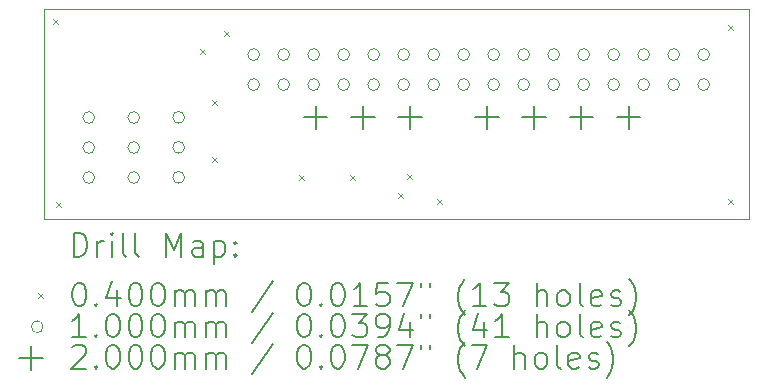
<source format=gbr>
%FSLAX45Y45*%
G04 Gerber Fmt 4.5, Leading zero omitted, Abs format (unit mm)*
G04 Created by KiCad (PCBNEW (6.0.6)) date 2022-08-10 20:15:34*
%MOMM*%
%LPD*%
G01*
G04 APERTURE LIST*
%TA.AperFunction,Profile*%
%ADD10C,0.100000*%
%TD*%
%ADD11C,0.200000*%
%ADD12C,0.040000*%
%ADD13C,0.100000*%
G04 APERTURE END LIST*
D10*
X16764000Y-10642600D02*
X10795000Y-10642600D01*
X10795000Y-10642600D02*
X10795000Y-8864600D01*
X10795000Y-8864600D02*
X16764000Y-8864600D01*
X16764000Y-8864600D02*
X16764000Y-10642600D01*
D11*
D12*
X10876600Y-8946200D02*
X10916600Y-8986200D01*
X10916600Y-8946200D02*
X10876600Y-8986200D01*
X10902000Y-10495600D02*
X10942000Y-10535600D01*
X10942000Y-10495600D02*
X10902000Y-10535600D01*
X12121200Y-9200200D02*
X12161200Y-9240200D01*
X12161200Y-9200200D02*
X12121200Y-9240200D01*
X12222800Y-9632000D02*
X12262800Y-9672000D01*
X12262800Y-9632000D02*
X12222800Y-9672000D01*
X12222800Y-10114600D02*
X12262800Y-10154600D01*
X12262800Y-10114600D02*
X12222800Y-10154600D01*
X12324400Y-9047800D02*
X12364400Y-9087800D01*
X12364400Y-9047800D02*
X12324400Y-9087800D01*
X12959400Y-10267000D02*
X12999400Y-10307000D01*
X12999400Y-10267000D02*
X12959400Y-10307000D01*
X13391200Y-10267000D02*
X13431200Y-10307000D01*
X13431200Y-10267000D02*
X13391200Y-10307000D01*
X13797600Y-10423150D02*
X13837600Y-10463150D01*
X13837600Y-10423150D02*
X13797600Y-10463150D01*
X13873800Y-10261950D02*
X13913800Y-10301950D01*
X13913800Y-10261950D02*
X13873800Y-10301950D01*
X14127800Y-10470200D02*
X14167800Y-10510200D01*
X14167800Y-10470200D02*
X14127800Y-10510200D01*
X16591600Y-8997000D02*
X16631600Y-9037000D01*
X16631600Y-8997000D02*
X16591600Y-9037000D01*
X16591600Y-10470200D02*
X16631600Y-10510200D01*
X16631600Y-10470200D02*
X16591600Y-10510200D01*
D13*
X11226000Y-9780500D02*
G75*
G03*
X11226000Y-9780500I-50000J0D01*
G01*
X11226000Y-10034500D02*
G75*
G03*
X11226000Y-10034500I-50000J0D01*
G01*
X11226000Y-10288500D02*
G75*
G03*
X11226000Y-10288500I-50000J0D01*
G01*
X11607000Y-9780500D02*
G75*
G03*
X11607000Y-9780500I-50000J0D01*
G01*
X11607000Y-10034500D02*
G75*
G03*
X11607000Y-10034500I-50000J0D01*
G01*
X11607000Y-10288500D02*
G75*
G03*
X11607000Y-10288500I-50000J0D01*
G01*
X11988000Y-9779000D02*
G75*
G03*
X11988000Y-9779000I-50000J0D01*
G01*
X11988000Y-10033000D02*
G75*
G03*
X11988000Y-10033000I-50000J0D01*
G01*
X11988000Y-10287000D02*
G75*
G03*
X11988000Y-10287000I-50000J0D01*
G01*
X12623000Y-9247600D02*
G75*
G03*
X12623000Y-9247600I-50000J0D01*
G01*
X12623000Y-9501600D02*
G75*
G03*
X12623000Y-9501600I-50000J0D01*
G01*
X12877000Y-9247600D02*
G75*
G03*
X12877000Y-9247600I-50000J0D01*
G01*
X12877000Y-9501600D02*
G75*
G03*
X12877000Y-9501600I-50000J0D01*
G01*
X13131000Y-9247600D02*
G75*
G03*
X13131000Y-9247600I-50000J0D01*
G01*
X13131000Y-9501600D02*
G75*
G03*
X13131000Y-9501600I-50000J0D01*
G01*
X13385000Y-9247600D02*
G75*
G03*
X13385000Y-9247600I-50000J0D01*
G01*
X13385000Y-9501600D02*
G75*
G03*
X13385000Y-9501600I-50000J0D01*
G01*
X13639000Y-9247600D02*
G75*
G03*
X13639000Y-9247600I-50000J0D01*
G01*
X13639000Y-9501600D02*
G75*
G03*
X13639000Y-9501600I-50000J0D01*
G01*
X13893000Y-9247600D02*
G75*
G03*
X13893000Y-9247600I-50000J0D01*
G01*
X13893000Y-9501600D02*
G75*
G03*
X13893000Y-9501600I-50000J0D01*
G01*
X14147000Y-9247600D02*
G75*
G03*
X14147000Y-9247600I-50000J0D01*
G01*
X14147000Y-9501600D02*
G75*
G03*
X14147000Y-9501600I-50000J0D01*
G01*
X14401000Y-9247600D02*
G75*
G03*
X14401000Y-9247600I-50000J0D01*
G01*
X14401000Y-9501600D02*
G75*
G03*
X14401000Y-9501600I-50000J0D01*
G01*
X14655000Y-9247600D02*
G75*
G03*
X14655000Y-9247600I-50000J0D01*
G01*
X14655000Y-9501600D02*
G75*
G03*
X14655000Y-9501600I-50000J0D01*
G01*
X14909000Y-9247600D02*
G75*
G03*
X14909000Y-9247600I-50000J0D01*
G01*
X14909000Y-9501600D02*
G75*
G03*
X14909000Y-9501600I-50000J0D01*
G01*
X15163000Y-9247600D02*
G75*
G03*
X15163000Y-9247600I-50000J0D01*
G01*
X15163000Y-9501600D02*
G75*
G03*
X15163000Y-9501600I-50000J0D01*
G01*
X15417000Y-9247600D02*
G75*
G03*
X15417000Y-9247600I-50000J0D01*
G01*
X15417000Y-9501600D02*
G75*
G03*
X15417000Y-9501600I-50000J0D01*
G01*
X15671000Y-9247600D02*
G75*
G03*
X15671000Y-9247600I-50000J0D01*
G01*
X15671000Y-9501600D02*
G75*
G03*
X15671000Y-9501600I-50000J0D01*
G01*
X15925000Y-9247600D02*
G75*
G03*
X15925000Y-9247600I-50000J0D01*
G01*
X15925000Y-9501600D02*
G75*
G03*
X15925000Y-9501600I-50000J0D01*
G01*
X16179000Y-9247600D02*
G75*
G03*
X16179000Y-9247600I-50000J0D01*
G01*
X16179000Y-9501600D02*
G75*
G03*
X16179000Y-9501600I-50000J0D01*
G01*
X16433000Y-9247600D02*
G75*
G03*
X16433000Y-9247600I-50000J0D01*
G01*
X16433000Y-9501600D02*
G75*
G03*
X16433000Y-9501600I-50000J0D01*
G01*
D11*
X13098000Y-9679000D02*
X13098000Y-9879000D01*
X12998000Y-9779000D02*
X13198000Y-9779000D01*
X13498000Y-9679000D02*
X13498000Y-9879000D01*
X13398000Y-9779000D02*
X13598000Y-9779000D01*
X13898000Y-9679000D02*
X13898000Y-9879000D01*
X13798000Y-9779000D02*
X13998000Y-9779000D01*
X14548000Y-9679000D02*
X14548000Y-9879000D01*
X14448000Y-9779000D02*
X14648000Y-9779000D01*
X14948000Y-9679000D02*
X14948000Y-9879000D01*
X14848000Y-9779000D02*
X15048000Y-9779000D01*
X15348000Y-9679000D02*
X15348000Y-9879000D01*
X15248000Y-9779000D02*
X15448000Y-9779000D01*
X15748000Y-9679000D02*
X15748000Y-9879000D01*
X15648000Y-9779000D02*
X15848000Y-9779000D01*
X11047619Y-10958076D02*
X11047619Y-10758076D01*
X11095238Y-10758076D01*
X11123810Y-10767600D01*
X11142857Y-10786648D01*
X11152381Y-10805695D01*
X11161905Y-10843790D01*
X11161905Y-10872362D01*
X11152381Y-10910457D01*
X11142857Y-10929505D01*
X11123810Y-10948552D01*
X11095238Y-10958076D01*
X11047619Y-10958076D01*
X11247619Y-10958076D02*
X11247619Y-10824743D01*
X11247619Y-10862838D02*
X11257143Y-10843790D01*
X11266667Y-10834267D01*
X11285714Y-10824743D01*
X11304762Y-10824743D01*
X11371428Y-10958076D02*
X11371428Y-10824743D01*
X11371428Y-10758076D02*
X11361905Y-10767600D01*
X11371428Y-10777124D01*
X11380952Y-10767600D01*
X11371428Y-10758076D01*
X11371428Y-10777124D01*
X11495238Y-10958076D02*
X11476190Y-10948552D01*
X11466667Y-10929505D01*
X11466667Y-10758076D01*
X11600000Y-10958076D02*
X11580952Y-10948552D01*
X11571428Y-10929505D01*
X11571428Y-10758076D01*
X11828571Y-10958076D02*
X11828571Y-10758076D01*
X11895238Y-10900933D01*
X11961905Y-10758076D01*
X11961905Y-10958076D01*
X12142857Y-10958076D02*
X12142857Y-10853314D01*
X12133333Y-10834267D01*
X12114286Y-10824743D01*
X12076190Y-10824743D01*
X12057143Y-10834267D01*
X12142857Y-10948552D02*
X12123809Y-10958076D01*
X12076190Y-10958076D01*
X12057143Y-10948552D01*
X12047619Y-10929505D01*
X12047619Y-10910457D01*
X12057143Y-10891410D01*
X12076190Y-10881886D01*
X12123809Y-10881886D01*
X12142857Y-10872362D01*
X12238095Y-10824743D02*
X12238095Y-11024743D01*
X12238095Y-10834267D02*
X12257143Y-10824743D01*
X12295238Y-10824743D01*
X12314286Y-10834267D01*
X12323809Y-10843790D01*
X12333333Y-10862838D01*
X12333333Y-10919981D01*
X12323809Y-10939029D01*
X12314286Y-10948552D01*
X12295238Y-10958076D01*
X12257143Y-10958076D01*
X12238095Y-10948552D01*
X12419048Y-10939029D02*
X12428571Y-10948552D01*
X12419048Y-10958076D01*
X12409524Y-10948552D01*
X12419048Y-10939029D01*
X12419048Y-10958076D01*
X12419048Y-10834267D02*
X12428571Y-10843790D01*
X12419048Y-10853314D01*
X12409524Y-10843790D01*
X12419048Y-10834267D01*
X12419048Y-10853314D01*
D12*
X10750000Y-11267600D02*
X10790000Y-11307600D01*
X10790000Y-11267600D02*
X10750000Y-11307600D01*
D11*
X11085714Y-11178076D02*
X11104762Y-11178076D01*
X11123810Y-11187600D01*
X11133333Y-11197124D01*
X11142857Y-11216171D01*
X11152381Y-11254267D01*
X11152381Y-11301886D01*
X11142857Y-11339981D01*
X11133333Y-11359028D01*
X11123810Y-11368552D01*
X11104762Y-11378076D01*
X11085714Y-11378076D01*
X11066667Y-11368552D01*
X11057143Y-11359028D01*
X11047619Y-11339981D01*
X11038095Y-11301886D01*
X11038095Y-11254267D01*
X11047619Y-11216171D01*
X11057143Y-11197124D01*
X11066667Y-11187600D01*
X11085714Y-11178076D01*
X11238095Y-11359028D02*
X11247619Y-11368552D01*
X11238095Y-11378076D01*
X11228571Y-11368552D01*
X11238095Y-11359028D01*
X11238095Y-11378076D01*
X11419048Y-11244743D02*
X11419048Y-11378076D01*
X11371428Y-11168552D02*
X11323809Y-11311409D01*
X11447619Y-11311409D01*
X11561905Y-11178076D02*
X11580952Y-11178076D01*
X11600000Y-11187600D01*
X11609524Y-11197124D01*
X11619048Y-11216171D01*
X11628571Y-11254267D01*
X11628571Y-11301886D01*
X11619048Y-11339981D01*
X11609524Y-11359028D01*
X11600000Y-11368552D01*
X11580952Y-11378076D01*
X11561905Y-11378076D01*
X11542857Y-11368552D01*
X11533333Y-11359028D01*
X11523809Y-11339981D01*
X11514286Y-11301886D01*
X11514286Y-11254267D01*
X11523809Y-11216171D01*
X11533333Y-11197124D01*
X11542857Y-11187600D01*
X11561905Y-11178076D01*
X11752381Y-11178076D02*
X11771428Y-11178076D01*
X11790476Y-11187600D01*
X11800000Y-11197124D01*
X11809524Y-11216171D01*
X11819048Y-11254267D01*
X11819048Y-11301886D01*
X11809524Y-11339981D01*
X11800000Y-11359028D01*
X11790476Y-11368552D01*
X11771428Y-11378076D01*
X11752381Y-11378076D01*
X11733333Y-11368552D01*
X11723809Y-11359028D01*
X11714286Y-11339981D01*
X11704762Y-11301886D01*
X11704762Y-11254267D01*
X11714286Y-11216171D01*
X11723809Y-11197124D01*
X11733333Y-11187600D01*
X11752381Y-11178076D01*
X11904762Y-11378076D02*
X11904762Y-11244743D01*
X11904762Y-11263790D02*
X11914286Y-11254267D01*
X11933333Y-11244743D01*
X11961905Y-11244743D01*
X11980952Y-11254267D01*
X11990476Y-11273314D01*
X11990476Y-11378076D01*
X11990476Y-11273314D02*
X12000000Y-11254267D01*
X12019048Y-11244743D01*
X12047619Y-11244743D01*
X12066667Y-11254267D01*
X12076190Y-11273314D01*
X12076190Y-11378076D01*
X12171428Y-11378076D02*
X12171428Y-11244743D01*
X12171428Y-11263790D02*
X12180952Y-11254267D01*
X12200000Y-11244743D01*
X12228571Y-11244743D01*
X12247619Y-11254267D01*
X12257143Y-11273314D01*
X12257143Y-11378076D01*
X12257143Y-11273314D02*
X12266667Y-11254267D01*
X12285714Y-11244743D01*
X12314286Y-11244743D01*
X12333333Y-11254267D01*
X12342857Y-11273314D01*
X12342857Y-11378076D01*
X12733333Y-11168552D02*
X12561905Y-11425695D01*
X12990476Y-11178076D02*
X13009524Y-11178076D01*
X13028571Y-11187600D01*
X13038095Y-11197124D01*
X13047619Y-11216171D01*
X13057143Y-11254267D01*
X13057143Y-11301886D01*
X13047619Y-11339981D01*
X13038095Y-11359028D01*
X13028571Y-11368552D01*
X13009524Y-11378076D01*
X12990476Y-11378076D01*
X12971428Y-11368552D01*
X12961905Y-11359028D01*
X12952381Y-11339981D01*
X12942857Y-11301886D01*
X12942857Y-11254267D01*
X12952381Y-11216171D01*
X12961905Y-11197124D01*
X12971428Y-11187600D01*
X12990476Y-11178076D01*
X13142857Y-11359028D02*
X13152381Y-11368552D01*
X13142857Y-11378076D01*
X13133333Y-11368552D01*
X13142857Y-11359028D01*
X13142857Y-11378076D01*
X13276190Y-11178076D02*
X13295238Y-11178076D01*
X13314286Y-11187600D01*
X13323809Y-11197124D01*
X13333333Y-11216171D01*
X13342857Y-11254267D01*
X13342857Y-11301886D01*
X13333333Y-11339981D01*
X13323809Y-11359028D01*
X13314286Y-11368552D01*
X13295238Y-11378076D01*
X13276190Y-11378076D01*
X13257143Y-11368552D01*
X13247619Y-11359028D01*
X13238095Y-11339981D01*
X13228571Y-11301886D01*
X13228571Y-11254267D01*
X13238095Y-11216171D01*
X13247619Y-11197124D01*
X13257143Y-11187600D01*
X13276190Y-11178076D01*
X13533333Y-11378076D02*
X13419048Y-11378076D01*
X13476190Y-11378076D02*
X13476190Y-11178076D01*
X13457143Y-11206648D01*
X13438095Y-11225695D01*
X13419048Y-11235219D01*
X13714286Y-11178076D02*
X13619048Y-11178076D01*
X13609524Y-11273314D01*
X13619048Y-11263790D01*
X13638095Y-11254267D01*
X13685714Y-11254267D01*
X13704762Y-11263790D01*
X13714286Y-11273314D01*
X13723809Y-11292362D01*
X13723809Y-11339981D01*
X13714286Y-11359028D01*
X13704762Y-11368552D01*
X13685714Y-11378076D01*
X13638095Y-11378076D01*
X13619048Y-11368552D01*
X13609524Y-11359028D01*
X13790476Y-11178076D02*
X13923809Y-11178076D01*
X13838095Y-11378076D01*
X13990476Y-11178076D02*
X13990476Y-11216171D01*
X14066667Y-11178076D02*
X14066667Y-11216171D01*
X14361905Y-11454267D02*
X14352381Y-11444743D01*
X14333333Y-11416171D01*
X14323809Y-11397124D01*
X14314286Y-11368552D01*
X14304762Y-11320933D01*
X14304762Y-11282838D01*
X14314286Y-11235219D01*
X14323809Y-11206648D01*
X14333333Y-11187600D01*
X14352381Y-11159029D01*
X14361905Y-11149505D01*
X14542857Y-11378076D02*
X14428571Y-11378076D01*
X14485714Y-11378076D02*
X14485714Y-11178076D01*
X14466667Y-11206648D01*
X14447619Y-11225695D01*
X14428571Y-11235219D01*
X14609524Y-11178076D02*
X14733333Y-11178076D01*
X14666667Y-11254267D01*
X14695238Y-11254267D01*
X14714286Y-11263790D01*
X14723809Y-11273314D01*
X14733333Y-11292362D01*
X14733333Y-11339981D01*
X14723809Y-11359028D01*
X14714286Y-11368552D01*
X14695238Y-11378076D01*
X14638095Y-11378076D01*
X14619048Y-11368552D01*
X14609524Y-11359028D01*
X14971428Y-11378076D02*
X14971428Y-11178076D01*
X15057143Y-11378076D02*
X15057143Y-11273314D01*
X15047619Y-11254267D01*
X15028571Y-11244743D01*
X15000000Y-11244743D01*
X14980952Y-11254267D01*
X14971428Y-11263790D01*
X15180952Y-11378076D02*
X15161905Y-11368552D01*
X15152381Y-11359028D01*
X15142857Y-11339981D01*
X15142857Y-11282838D01*
X15152381Y-11263790D01*
X15161905Y-11254267D01*
X15180952Y-11244743D01*
X15209524Y-11244743D01*
X15228571Y-11254267D01*
X15238095Y-11263790D01*
X15247619Y-11282838D01*
X15247619Y-11339981D01*
X15238095Y-11359028D01*
X15228571Y-11368552D01*
X15209524Y-11378076D01*
X15180952Y-11378076D01*
X15361905Y-11378076D02*
X15342857Y-11368552D01*
X15333333Y-11349505D01*
X15333333Y-11178076D01*
X15514286Y-11368552D02*
X15495238Y-11378076D01*
X15457143Y-11378076D01*
X15438095Y-11368552D01*
X15428571Y-11349505D01*
X15428571Y-11273314D01*
X15438095Y-11254267D01*
X15457143Y-11244743D01*
X15495238Y-11244743D01*
X15514286Y-11254267D01*
X15523809Y-11273314D01*
X15523809Y-11292362D01*
X15428571Y-11311409D01*
X15600000Y-11368552D02*
X15619048Y-11378076D01*
X15657143Y-11378076D01*
X15676190Y-11368552D01*
X15685714Y-11349505D01*
X15685714Y-11339981D01*
X15676190Y-11320933D01*
X15657143Y-11311409D01*
X15628571Y-11311409D01*
X15609524Y-11301886D01*
X15600000Y-11282838D01*
X15600000Y-11273314D01*
X15609524Y-11254267D01*
X15628571Y-11244743D01*
X15657143Y-11244743D01*
X15676190Y-11254267D01*
X15752381Y-11454267D02*
X15761905Y-11444743D01*
X15780952Y-11416171D01*
X15790476Y-11397124D01*
X15800000Y-11368552D01*
X15809524Y-11320933D01*
X15809524Y-11282838D01*
X15800000Y-11235219D01*
X15790476Y-11206648D01*
X15780952Y-11187600D01*
X15761905Y-11159029D01*
X15752381Y-11149505D01*
D13*
X10790000Y-11551600D02*
G75*
G03*
X10790000Y-11551600I-50000J0D01*
G01*
D11*
X11152381Y-11642076D02*
X11038095Y-11642076D01*
X11095238Y-11642076D02*
X11095238Y-11442076D01*
X11076190Y-11470648D01*
X11057143Y-11489695D01*
X11038095Y-11499219D01*
X11238095Y-11623028D02*
X11247619Y-11632552D01*
X11238095Y-11642076D01*
X11228571Y-11632552D01*
X11238095Y-11623028D01*
X11238095Y-11642076D01*
X11371428Y-11442076D02*
X11390476Y-11442076D01*
X11409524Y-11451600D01*
X11419048Y-11461124D01*
X11428571Y-11480171D01*
X11438095Y-11518267D01*
X11438095Y-11565886D01*
X11428571Y-11603981D01*
X11419048Y-11623028D01*
X11409524Y-11632552D01*
X11390476Y-11642076D01*
X11371428Y-11642076D01*
X11352381Y-11632552D01*
X11342857Y-11623028D01*
X11333333Y-11603981D01*
X11323809Y-11565886D01*
X11323809Y-11518267D01*
X11333333Y-11480171D01*
X11342857Y-11461124D01*
X11352381Y-11451600D01*
X11371428Y-11442076D01*
X11561905Y-11442076D02*
X11580952Y-11442076D01*
X11600000Y-11451600D01*
X11609524Y-11461124D01*
X11619048Y-11480171D01*
X11628571Y-11518267D01*
X11628571Y-11565886D01*
X11619048Y-11603981D01*
X11609524Y-11623028D01*
X11600000Y-11632552D01*
X11580952Y-11642076D01*
X11561905Y-11642076D01*
X11542857Y-11632552D01*
X11533333Y-11623028D01*
X11523809Y-11603981D01*
X11514286Y-11565886D01*
X11514286Y-11518267D01*
X11523809Y-11480171D01*
X11533333Y-11461124D01*
X11542857Y-11451600D01*
X11561905Y-11442076D01*
X11752381Y-11442076D02*
X11771428Y-11442076D01*
X11790476Y-11451600D01*
X11800000Y-11461124D01*
X11809524Y-11480171D01*
X11819048Y-11518267D01*
X11819048Y-11565886D01*
X11809524Y-11603981D01*
X11800000Y-11623028D01*
X11790476Y-11632552D01*
X11771428Y-11642076D01*
X11752381Y-11642076D01*
X11733333Y-11632552D01*
X11723809Y-11623028D01*
X11714286Y-11603981D01*
X11704762Y-11565886D01*
X11704762Y-11518267D01*
X11714286Y-11480171D01*
X11723809Y-11461124D01*
X11733333Y-11451600D01*
X11752381Y-11442076D01*
X11904762Y-11642076D02*
X11904762Y-11508743D01*
X11904762Y-11527790D02*
X11914286Y-11518267D01*
X11933333Y-11508743D01*
X11961905Y-11508743D01*
X11980952Y-11518267D01*
X11990476Y-11537314D01*
X11990476Y-11642076D01*
X11990476Y-11537314D02*
X12000000Y-11518267D01*
X12019048Y-11508743D01*
X12047619Y-11508743D01*
X12066667Y-11518267D01*
X12076190Y-11537314D01*
X12076190Y-11642076D01*
X12171428Y-11642076D02*
X12171428Y-11508743D01*
X12171428Y-11527790D02*
X12180952Y-11518267D01*
X12200000Y-11508743D01*
X12228571Y-11508743D01*
X12247619Y-11518267D01*
X12257143Y-11537314D01*
X12257143Y-11642076D01*
X12257143Y-11537314D02*
X12266667Y-11518267D01*
X12285714Y-11508743D01*
X12314286Y-11508743D01*
X12333333Y-11518267D01*
X12342857Y-11537314D01*
X12342857Y-11642076D01*
X12733333Y-11432552D02*
X12561905Y-11689695D01*
X12990476Y-11442076D02*
X13009524Y-11442076D01*
X13028571Y-11451600D01*
X13038095Y-11461124D01*
X13047619Y-11480171D01*
X13057143Y-11518267D01*
X13057143Y-11565886D01*
X13047619Y-11603981D01*
X13038095Y-11623028D01*
X13028571Y-11632552D01*
X13009524Y-11642076D01*
X12990476Y-11642076D01*
X12971428Y-11632552D01*
X12961905Y-11623028D01*
X12952381Y-11603981D01*
X12942857Y-11565886D01*
X12942857Y-11518267D01*
X12952381Y-11480171D01*
X12961905Y-11461124D01*
X12971428Y-11451600D01*
X12990476Y-11442076D01*
X13142857Y-11623028D02*
X13152381Y-11632552D01*
X13142857Y-11642076D01*
X13133333Y-11632552D01*
X13142857Y-11623028D01*
X13142857Y-11642076D01*
X13276190Y-11442076D02*
X13295238Y-11442076D01*
X13314286Y-11451600D01*
X13323809Y-11461124D01*
X13333333Y-11480171D01*
X13342857Y-11518267D01*
X13342857Y-11565886D01*
X13333333Y-11603981D01*
X13323809Y-11623028D01*
X13314286Y-11632552D01*
X13295238Y-11642076D01*
X13276190Y-11642076D01*
X13257143Y-11632552D01*
X13247619Y-11623028D01*
X13238095Y-11603981D01*
X13228571Y-11565886D01*
X13228571Y-11518267D01*
X13238095Y-11480171D01*
X13247619Y-11461124D01*
X13257143Y-11451600D01*
X13276190Y-11442076D01*
X13409524Y-11442076D02*
X13533333Y-11442076D01*
X13466667Y-11518267D01*
X13495238Y-11518267D01*
X13514286Y-11527790D01*
X13523809Y-11537314D01*
X13533333Y-11556362D01*
X13533333Y-11603981D01*
X13523809Y-11623028D01*
X13514286Y-11632552D01*
X13495238Y-11642076D01*
X13438095Y-11642076D01*
X13419048Y-11632552D01*
X13409524Y-11623028D01*
X13628571Y-11642076D02*
X13666667Y-11642076D01*
X13685714Y-11632552D01*
X13695238Y-11623028D01*
X13714286Y-11594457D01*
X13723809Y-11556362D01*
X13723809Y-11480171D01*
X13714286Y-11461124D01*
X13704762Y-11451600D01*
X13685714Y-11442076D01*
X13647619Y-11442076D01*
X13628571Y-11451600D01*
X13619048Y-11461124D01*
X13609524Y-11480171D01*
X13609524Y-11527790D01*
X13619048Y-11546838D01*
X13628571Y-11556362D01*
X13647619Y-11565886D01*
X13685714Y-11565886D01*
X13704762Y-11556362D01*
X13714286Y-11546838D01*
X13723809Y-11527790D01*
X13895238Y-11508743D02*
X13895238Y-11642076D01*
X13847619Y-11432552D02*
X13800000Y-11575409D01*
X13923809Y-11575409D01*
X13990476Y-11442076D02*
X13990476Y-11480171D01*
X14066667Y-11442076D02*
X14066667Y-11480171D01*
X14361905Y-11718267D02*
X14352381Y-11708743D01*
X14333333Y-11680171D01*
X14323809Y-11661124D01*
X14314286Y-11632552D01*
X14304762Y-11584933D01*
X14304762Y-11546838D01*
X14314286Y-11499219D01*
X14323809Y-11470648D01*
X14333333Y-11451600D01*
X14352381Y-11423028D01*
X14361905Y-11413505D01*
X14523809Y-11508743D02*
X14523809Y-11642076D01*
X14476190Y-11432552D02*
X14428571Y-11575409D01*
X14552381Y-11575409D01*
X14733333Y-11642076D02*
X14619048Y-11642076D01*
X14676190Y-11642076D02*
X14676190Y-11442076D01*
X14657143Y-11470648D01*
X14638095Y-11489695D01*
X14619048Y-11499219D01*
X14971428Y-11642076D02*
X14971428Y-11442076D01*
X15057143Y-11642076D02*
X15057143Y-11537314D01*
X15047619Y-11518267D01*
X15028571Y-11508743D01*
X15000000Y-11508743D01*
X14980952Y-11518267D01*
X14971428Y-11527790D01*
X15180952Y-11642076D02*
X15161905Y-11632552D01*
X15152381Y-11623028D01*
X15142857Y-11603981D01*
X15142857Y-11546838D01*
X15152381Y-11527790D01*
X15161905Y-11518267D01*
X15180952Y-11508743D01*
X15209524Y-11508743D01*
X15228571Y-11518267D01*
X15238095Y-11527790D01*
X15247619Y-11546838D01*
X15247619Y-11603981D01*
X15238095Y-11623028D01*
X15228571Y-11632552D01*
X15209524Y-11642076D01*
X15180952Y-11642076D01*
X15361905Y-11642076D02*
X15342857Y-11632552D01*
X15333333Y-11613505D01*
X15333333Y-11442076D01*
X15514286Y-11632552D02*
X15495238Y-11642076D01*
X15457143Y-11642076D01*
X15438095Y-11632552D01*
X15428571Y-11613505D01*
X15428571Y-11537314D01*
X15438095Y-11518267D01*
X15457143Y-11508743D01*
X15495238Y-11508743D01*
X15514286Y-11518267D01*
X15523809Y-11537314D01*
X15523809Y-11556362D01*
X15428571Y-11575409D01*
X15600000Y-11632552D02*
X15619048Y-11642076D01*
X15657143Y-11642076D01*
X15676190Y-11632552D01*
X15685714Y-11613505D01*
X15685714Y-11603981D01*
X15676190Y-11584933D01*
X15657143Y-11575409D01*
X15628571Y-11575409D01*
X15609524Y-11565886D01*
X15600000Y-11546838D01*
X15600000Y-11537314D01*
X15609524Y-11518267D01*
X15628571Y-11508743D01*
X15657143Y-11508743D01*
X15676190Y-11518267D01*
X15752381Y-11718267D02*
X15761905Y-11708743D01*
X15780952Y-11680171D01*
X15790476Y-11661124D01*
X15800000Y-11632552D01*
X15809524Y-11584933D01*
X15809524Y-11546838D01*
X15800000Y-11499219D01*
X15790476Y-11470648D01*
X15780952Y-11451600D01*
X15761905Y-11423028D01*
X15752381Y-11413505D01*
X10690000Y-11715600D02*
X10690000Y-11915600D01*
X10590000Y-11815600D02*
X10790000Y-11815600D01*
X11038095Y-11725124D02*
X11047619Y-11715600D01*
X11066667Y-11706076D01*
X11114286Y-11706076D01*
X11133333Y-11715600D01*
X11142857Y-11725124D01*
X11152381Y-11744171D01*
X11152381Y-11763219D01*
X11142857Y-11791790D01*
X11028571Y-11906076D01*
X11152381Y-11906076D01*
X11238095Y-11887028D02*
X11247619Y-11896552D01*
X11238095Y-11906076D01*
X11228571Y-11896552D01*
X11238095Y-11887028D01*
X11238095Y-11906076D01*
X11371428Y-11706076D02*
X11390476Y-11706076D01*
X11409524Y-11715600D01*
X11419048Y-11725124D01*
X11428571Y-11744171D01*
X11438095Y-11782267D01*
X11438095Y-11829886D01*
X11428571Y-11867981D01*
X11419048Y-11887028D01*
X11409524Y-11896552D01*
X11390476Y-11906076D01*
X11371428Y-11906076D01*
X11352381Y-11896552D01*
X11342857Y-11887028D01*
X11333333Y-11867981D01*
X11323809Y-11829886D01*
X11323809Y-11782267D01*
X11333333Y-11744171D01*
X11342857Y-11725124D01*
X11352381Y-11715600D01*
X11371428Y-11706076D01*
X11561905Y-11706076D02*
X11580952Y-11706076D01*
X11600000Y-11715600D01*
X11609524Y-11725124D01*
X11619048Y-11744171D01*
X11628571Y-11782267D01*
X11628571Y-11829886D01*
X11619048Y-11867981D01*
X11609524Y-11887028D01*
X11600000Y-11896552D01*
X11580952Y-11906076D01*
X11561905Y-11906076D01*
X11542857Y-11896552D01*
X11533333Y-11887028D01*
X11523809Y-11867981D01*
X11514286Y-11829886D01*
X11514286Y-11782267D01*
X11523809Y-11744171D01*
X11533333Y-11725124D01*
X11542857Y-11715600D01*
X11561905Y-11706076D01*
X11752381Y-11706076D02*
X11771428Y-11706076D01*
X11790476Y-11715600D01*
X11800000Y-11725124D01*
X11809524Y-11744171D01*
X11819048Y-11782267D01*
X11819048Y-11829886D01*
X11809524Y-11867981D01*
X11800000Y-11887028D01*
X11790476Y-11896552D01*
X11771428Y-11906076D01*
X11752381Y-11906076D01*
X11733333Y-11896552D01*
X11723809Y-11887028D01*
X11714286Y-11867981D01*
X11704762Y-11829886D01*
X11704762Y-11782267D01*
X11714286Y-11744171D01*
X11723809Y-11725124D01*
X11733333Y-11715600D01*
X11752381Y-11706076D01*
X11904762Y-11906076D02*
X11904762Y-11772743D01*
X11904762Y-11791790D02*
X11914286Y-11782267D01*
X11933333Y-11772743D01*
X11961905Y-11772743D01*
X11980952Y-11782267D01*
X11990476Y-11801314D01*
X11990476Y-11906076D01*
X11990476Y-11801314D02*
X12000000Y-11782267D01*
X12019048Y-11772743D01*
X12047619Y-11772743D01*
X12066667Y-11782267D01*
X12076190Y-11801314D01*
X12076190Y-11906076D01*
X12171428Y-11906076D02*
X12171428Y-11772743D01*
X12171428Y-11791790D02*
X12180952Y-11782267D01*
X12200000Y-11772743D01*
X12228571Y-11772743D01*
X12247619Y-11782267D01*
X12257143Y-11801314D01*
X12257143Y-11906076D01*
X12257143Y-11801314D02*
X12266667Y-11782267D01*
X12285714Y-11772743D01*
X12314286Y-11772743D01*
X12333333Y-11782267D01*
X12342857Y-11801314D01*
X12342857Y-11906076D01*
X12733333Y-11696552D02*
X12561905Y-11953695D01*
X12990476Y-11706076D02*
X13009524Y-11706076D01*
X13028571Y-11715600D01*
X13038095Y-11725124D01*
X13047619Y-11744171D01*
X13057143Y-11782267D01*
X13057143Y-11829886D01*
X13047619Y-11867981D01*
X13038095Y-11887028D01*
X13028571Y-11896552D01*
X13009524Y-11906076D01*
X12990476Y-11906076D01*
X12971428Y-11896552D01*
X12961905Y-11887028D01*
X12952381Y-11867981D01*
X12942857Y-11829886D01*
X12942857Y-11782267D01*
X12952381Y-11744171D01*
X12961905Y-11725124D01*
X12971428Y-11715600D01*
X12990476Y-11706076D01*
X13142857Y-11887028D02*
X13152381Y-11896552D01*
X13142857Y-11906076D01*
X13133333Y-11896552D01*
X13142857Y-11887028D01*
X13142857Y-11906076D01*
X13276190Y-11706076D02*
X13295238Y-11706076D01*
X13314286Y-11715600D01*
X13323809Y-11725124D01*
X13333333Y-11744171D01*
X13342857Y-11782267D01*
X13342857Y-11829886D01*
X13333333Y-11867981D01*
X13323809Y-11887028D01*
X13314286Y-11896552D01*
X13295238Y-11906076D01*
X13276190Y-11906076D01*
X13257143Y-11896552D01*
X13247619Y-11887028D01*
X13238095Y-11867981D01*
X13228571Y-11829886D01*
X13228571Y-11782267D01*
X13238095Y-11744171D01*
X13247619Y-11725124D01*
X13257143Y-11715600D01*
X13276190Y-11706076D01*
X13409524Y-11706076D02*
X13542857Y-11706076D01*
X13457143Y-11906076D01*
X13647619Y-11791790D02*
X13628571Y-11782267D01*
X13619048Y-11772743D01*
X13609524Y-11753695D01*
X13609524Y-11744171D01*
X13619048Y-11725124D01*
X13628571Y-11715600D01*
X13647619Y-11706076D01*
X13685714Y-11706076D01*
X13704762Y-11715600D01*
X13714286Y-11725124D01*
X13723809Y-11744171D01*
X13723809Y-11753695D01*
X13714286Y-11772743D01*
X13704762Y-11782267D01*
X13685714Y-11791790D01*
X13647619Y-11791790D01*
X13628571Y-11801314D01*
X13619048Y-11810838D01*
X13609524Y-11829886D01*
X13609524Y-11867981D01*
X13619048Y-11887028D01*
X13628571Y-11896552D01*
X13647619Y-11906076D01*
X13685714Y-11906076D01*
X13704762Y-11896552D01*
X13714286Y-11887028D01*
X13723809Y-11867981D01*
X13723809Y-11829886D01*
X13714286Y-11810838D01*
X13704762Y-11801314D01*
X13685714Y-11791790D01*
X13790476Y-11706076D02*
X13923809Y-11706076D01*
X13838095Y-11906076D01*
X13990476Y-11706076D02*
X13990476Y-11744171D01*
X14066667Y-11706076D02*
X14066667Y-11744171D01*
X14361905Y-11982267D02*
X14352381Y-11972743D01*
X14333333Y-11944171D01*
X14323809Y-11925124D01*
X14314286Y-11896552D01*
X14304762Y-11848933D01*
X14304762Y-11810838D01*
X14314286Y-11763219D01*
X14323809Y-11734648D01*
X14333333Y-11715600D01*
X14352381Y-11687028D01*
X14361905Y-11677505D01*
X14419048Y-11706076D02*
X14552381Y-11706076D01*
X14466667Y-11906076D01*
X14780952Y-11906076D02*
X14780952Y-11706076D01*
X14866667Y-11906076D02*
X14866667Y-11801314D01*
X14857143Y-11782267D01*
X14838095Y-11772743D01*
X14809524Y-11772743D01*
X14790476Y-11782267D01*
X14780952Y-11791790D01*
X14990476Y-11906076D02*
X14971428Y-11896552D01*
X14961905Y-11887028D01*
X14952381Y-11867981D01*
X14952381Y-11810838D01*
X14961905Y-11791790D01*
X14971428Y-11782267D01*
X14990476Y-11772743D01*
X15019048Y-11772743D01*
X15038095Y-11782267D01*
X15047619Y-11791790D01*
X15057143Y-11810838D01*
X15057143Y-11867981D01*
X15047619Y-11887028D01*
X15038095Y-11896552D01*
X15019048Y-11906076D01*
X14990476Y-11906076D01*
X15171428Y-11906076D02*
X15152381Y-11896552D01*
X15142857Y-11877505D01*
X15142857Y-11706076D01*
X15323809Y-11896552D02*
X15304762Y-11906076D01*
X15266667Y-11906076D01*
X15247619Y-11896552D01*
X15238095Y-11877505D01*
X15238095Y-11801314D01*
X15247619Y-11782267D01*
X15266667Y-11772743D01*
X15304762Y-11772743D01*
X15323809Y-11782267D01*
X15333333Y-11801314D01*
X15333333Y-11820362D01*
X15238095Y-11839409D01*
X15409524Y-11896552D02*
X15428571Y-11906076D01*
X15466667Y-11906076D01*
X15485714Y-11896552D01*
X15495238Y-11877505D01*
X15495238Y-11867981D01*
X15485714Y-11848933D01*
X15466667Y-11839409D01*
X15438095Y-11839409D01*
X15419048Y-11829886D01*
X15409524Y-11810838D01*
X15409524Y-11801314D01*
X15419048Y-11782267D01*
X15438095Y-11772743D01*
X15466667Y-11772743D01*
X15485714Y-11782267D01*
X15561905Y-11982267D02*
X15571428Y-11972743D01*
X15590476Y-11944171D01*
X15600000Y-11925124D01*
X15609524Y-11896552D01*
X15619048Y-11848933D01*
X15619048Y-11810838D01*
X15609524Y-11763219D01*
X15600000Y-11734648D01*
X15590476Y-11715600D01*
X15571428Y-11687028D01*
X15561905Y-11677505D01*
M02*

</source>
